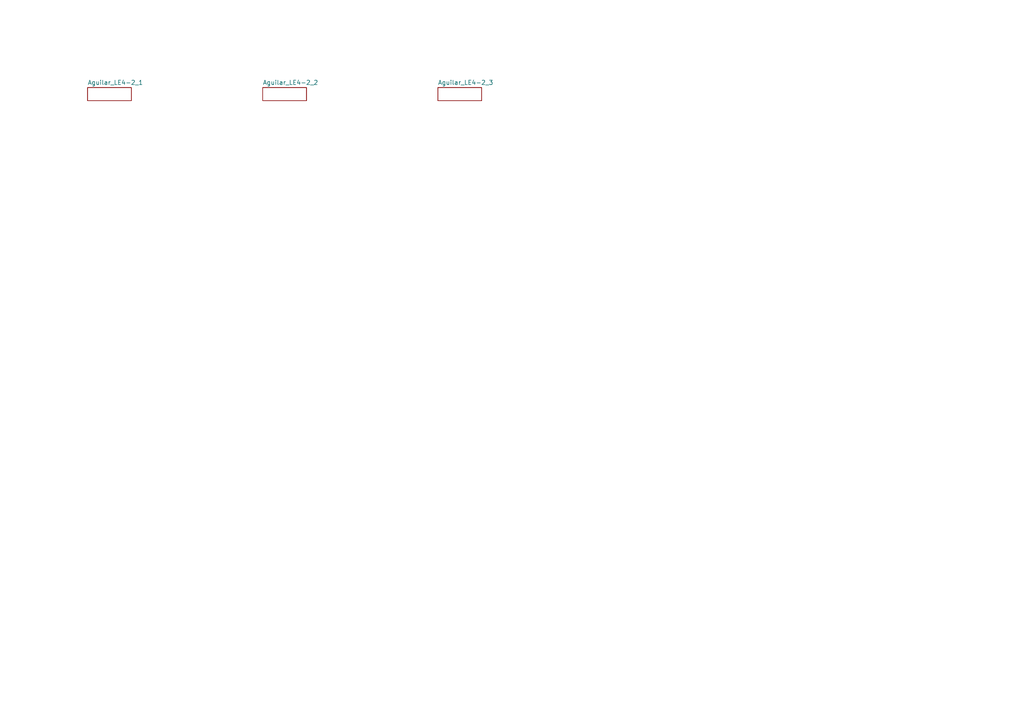
<source format=kicad_sch>
(kicad_sch
	(version 20231120)
	(generator "eeschema")
	(generator_version "8.0")
	(uuid "f2047f1e-4cb6-40f4-a8c8-5a3265cf4fb4")
	(paper "A4")
	(lib_symbols)
	(sheet
		(at 127 25.4)
		(size 12.7 3.81)
		(fields_autoplaced yes)
		(stroke
			(width 0)
			(type solid)
		)
		(fill
			(color 0 0 0 0.0000)
		)
		(uuid "13c14599-d031-48ee-8461-fdaf2f7c663f")
		(property "Sheetname" "Aguilar_LE4-2_3"
			(at 127 24.6884 0)
			(effects
				(font
					(size 1.27 1.27)
				)
				(justify left bottom)
			)
		)
		(property "Sheetfile" "D:/x86-Assembly/Memory Interfacing/Aguilar_LE4-2/Aguilar_LE4-2_3.kicad_sch"
			(at 127 29.7946 0)
			(effects
				(font
					(size 1.27 1.27)
				)
				(justify left top)
				(hide yes)
			)
		)
		(instances
			(project "Aguilar_LE4-2"
				(path "/f2047f1e-4cb6-40f4-a8c8-5a3265cf4fb4"
					(page "3")
				)
			)
		)
	)
	(sheet
		(at 25.4 25.4)
		(size 12.7 3.81)
		(fields_autoplaced yes)
		(stroke
			(width 0)
			(type solid)
		)
		(fill
			(color 0 0 0 0.0000)
		)
		(uuid "289f5e71-e4fe-48f4-98eb-7429ea925d70")
		(property "Sheetname" "Aguilar_LE4-2_1"
			(at 25.4 24.6884 0)
			(effects
				(font
					(size 1.27 1.27)
				)
				(justify left bottom)
			)
		)
		(property "Sheetfile" "D:/x86-Assembly/Memory Interfacing/Aguilar_LE4-2/Aguilar_LE4-2_1.kicad_sch"
			(at 25.4 29.7946 0)
			(effects
				(font
					(size 1.27 1.27)
				)
				(justify left top)
				(hide yes)
			)
		)
		(instances
			(project "Aguilar_LE4-2"
				(path "/f2047f1e-4cb6-40f4-a8c8-5a3265cf4fb4"
					(page "1")
				)
			)
		)
	)
	(sheet
		(at 76.2 25.4)
		(size 12.7 3.81)
		(fields_autoplaced yes)
		(stroke
			(width 0)
			(type solid)
		)
		(fill
			(color 0 0 0 0.0000)
		)
		(uuid "8d3c4738-3072-4504-b605-a32541d149bd")
		(property "Sheetname" "Aguilar_LE4-2_2"
			(at 76.2 24.6884 0)
			(effects
				(font
					(size 1.27 1.27)
				)
				(justify left bottom)
			)
		)
		(property "Sheetfile" "D:/x86-Assembly/Memory Interfacing/Aguilar_LE4-2/Aguilar_LE4-2_2.kicad_sch"
			(at 76.2 29.7946 0)
			(effects
				(font
					(size 1.27 1.27)
				)
				(justify left top)
				(hide yes)
			)
		)
		(instances
			(project "Aguilar_LE4-2"
				(path "/f2047f1e-4cb6-40f4-a8c8-5a3265cf4fb4"
					(page "2")
				)
			)
		)
	)
	(sheet_instances
		(path "/"
			(page "1")
		)
	)
)

</source>
